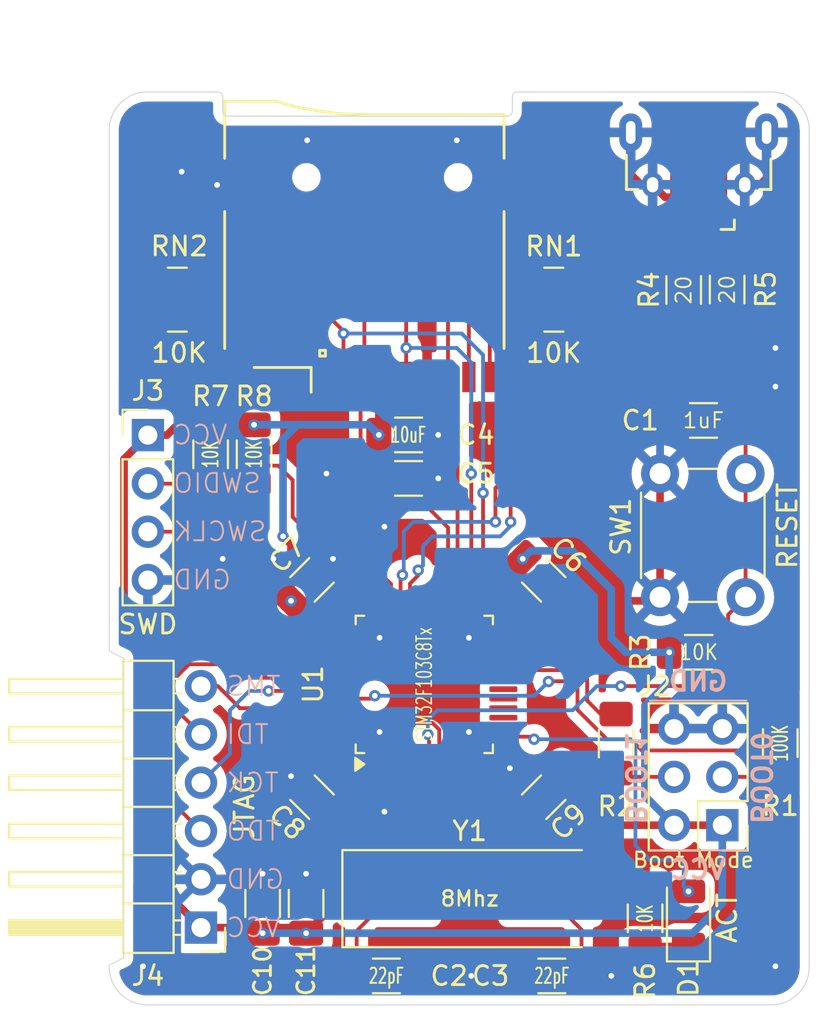
<source format=kicad_pcb>
(kicad_pcb (version 20240108) (generator "pcbnew") (generator_version "8.0")
  (layers (0 "F.Cu" signal) (31 "B.Cu" signal) (34 "B.Paste" user) (35 "F.Paste" user) (36 "B.SilkS" user "B.Silkscreen") (37 "F.SilkS" user "F.Silkscreen") (38 "B.Mask" user) (39 "F.Mask" user) (44 "Edge.Cuts" user))
  (net 0 "")
  (net 1 "/~{RESET}")
  (net 2 "GND")
  (net 3 "Net-(U1-PD0)")
  (net 4 "Net-(U1-PD1)")
  (net 5 "VCC")
  (net 6 "Net-(D1-K)")
  (net 7 "Net-(D1-A)")
  (net 8 "Net-(J1-D+)")
  (net 9 "Net-(J1-D-)")
  (net 11 "Net-(J2-Pin_4)")
  (net 12 "Net-(J2-Pin_3)")
  (net 13 "/SWDIO")
  (net 14 "/SWCLK")
  (net 15 "/JTAG_TDI")
  (net 16 "/JTAG_TDO")
  (net 17 "/JTAG_TMS")
  (net 18 "/JTAG_TCK")
  (net 19 "/BOOT0")
  (net 20 "/BOOT1")
  (net 21 "/USB_D+")
  (net 22 "/USB_D-")
  (net 23 "/SPI2_MISO")
  (net 24 "/SPI2_MOSI")
  (net 25 "/SPI2_SCK")
  (net 26 "/SPI2_SD_CS")
  (net 49 "Net-(RN1-R1.2)")
  (net 50 "Net-(RN1-R2.2)")
  (net 51 "Net-(RN2-R4.2)")
  (footprint "Capacitor_SMD:C_1206_3216Metric_Pad1.33x1.80mm_HandSolder" (layer "F.Cu") (at 205.913 86.36 180)
    (property "Reference" "C3")
    (property "Value" "22pF")
  )
  (footprint "Capacitor_SMD:C_1206_3216Metric_Pad1.33x1.80mm_HandSolder" (layer "F.Cu") (at 198.374 60.198)
    (property "Reference" "C5")
    (property "Value" "100nF")
  )
  (footprint "Resistor_SMD:R_1206_3216Metric_Pad1.30x1.75mm_HandSolder" (layer "F.Cu") (at 217.932 74.116 -90)
    (property "Reference" "R1")
    (property "Value" "100K")
  )
  (footprint "Resistor_SMD:R_Array_Convex_4x0612" (layer "F.Cu") (at 186.2055 50.8)
    (property "Reference" "RN2")
    (property "Value" "10K")
  )
  (footprint "Capacitor_SMD:C_1206_3216Metric_Pad1.33x1.80mm_HandSolder" (layer "F.Cu") (at 192.983 82.55 90)
    (property "Reference" "C11")
    (property "Value" "10uF")
  )
  (footprint "mod:Conn_USBmicro-B_ebay-side_TH" (layer "F.Cu") (at 213.64 42.0049 180)
    (property "Reference" "J1")
    (property "Value" "USB_B_Micro")
  )
  (footprint "Capacitor_SMD:C_1206_3216Metric_Pad1.33x1.80mm_HandSolder" (layer "F.Cu") (at 198.374 57.912)
    (property "Reference" "C4")
    (property "Value" "10uF")
  )
  (footprint "Capacitor_SMD:C_1206_3216Metric_Pad1.33x1.80mm_HandSolder" (layer "F.Cu") (at 193.294 65.532 45)
    (property "Reference" "C7")
    (property "Value" "100nF")
  )
  (footprint "Resistor_SMD:R_1206_3216Metric_Pad1.30x1.75mm_HandSolder" (layer "F.Cu") (at 210.82 83.332 90)
    (property "Reference" "R6")
    (property "Value" "10K")
  )
  (footprint "mod:Conn_uSDcard" (layer "F.Cu") (at 196.0495 44.366 180)
    (property "Reference" "XS1")
    (property "Value" "uSD_push_push")
  )
  (footprint "Connector_PinHeader_2.54mm:PinHeader_1x06_P2.54mm_Horizontal" (layer "F.Cu") (at 187.452 83.82 180)
    (property "Reference" "J4")
    (property "Value" "JTAG")
  )
  (footprint "Connector_PinHeader_2.54mm:PinHeader_2x03_P2.54mm_Vertical" (layer "F.Cu") (at 214.884 78.434 180)
    (property "Reference" "J2")
    (property "Value" "Boot Mode")
  )
  (footprint "Capacitor_SMD:C_1206_3216Metric_Pad1.33x1.80mm_HandSolder" (layer "F.Cu") (at 197.207 86.36)
    (property "Reference" "C2")
    (property "Value" "22pF")
  )
  (footprint "Capacitor_SMD:C_1206_3216Metric_Pad1.33x1.80mm_HandSolder" (layer "F.Cu") (at 205.486 76.962 -135)
    (property "Reference" "C9")
    (property "Value" "100nF")
  )
  (footprint "Resistor_SMD:R_1206_3216Metric_Pad1.30x1.75mm_HandSolder" (layer "F.Cu") (at 215.138 50.266 90)
    (property "Reference" "R5")
    (property "Value" "20")
  )
  (footprint "Capacitor_SMD:C_1206_3216Metric_Pad1.33x1.80mm_HandSolder" (layer "F.Cu") (at 205.486 65.532 -45)
    (property "Reference" "C6")
    (property "Value" "100nF")
  )
  (footprint "Connector_PinHeader_2.54mm:PinHeader_1x04_P2.54mm_Vertical" (layer "F.Cu") (at 184.658 57.922)
    (property "Reference" "J3")
    (property "Value" "SWD")
  )
  (footprint "Resistor_SMD:R_1206_3216Metric_Pad1.30x1.75mm_HandSolder" (layer "F.Cu") (at 187.96 58.928 -90)
    (property "Reference" "R7")
    (property "Value" "10K")
  )
  (footprint "Resistor_SMD:R_1206_3216Metric_Pad1.30x1.75mm_HandSolder" (layer "F.Cu") (at 213.64 69.342 180)
    (property "Reference" "R3")
    (property "Value" "10K")
  )
  (footprint "Crystal:Crystal_SMD_HC49-SD" (layer "F.Cu") (at 201.593 82.296)
    (property "Reference" "Y1")
    (property "Value" "8Mhz")
  )
  (footprint "Resistor_SMD:R_Array_Convex_4x0612" (layer "F.Cu") (at 206.0175 50.8 180)
    (property "Reference" "RN1")
    (property "Value" "10K")
  )
  (footprint "LED_SMD:LED_1206_3216Metric" (layer "F.Cu") (at 213.106 83.312 90)
    (property "Reference" "D1")
    (property "Value" "ACT")
  )
  (footprint "Button_Switch_THT:SW_PUSH_6mm" (layer "F.Cu") (at 211.608 66.444 90)
    (property "Reference" "SW1")
    (property "Value" "RESET")
  )
  (footprint "Capacitor_SMD:C_1206_3216Metric_Pad1.33x1.80mm_HandSolder" (layer "F.Cu") (at 193.294 76.962 135)
    (property "Reference" "C8")
    (property "Value" "100nF")
  )
  (footprint "Resistor_SMD:R_1206_3216Metric_Pad1.30x1.75mm_HandSolder" (layer "F.Cu") (at 209.296 74.142 90)
    (property "Reference" "R2")
    (property "Value" "100K")
  )
  (footprint "Capacitor_SMD:C_1206_3216Metric_Pad1.33x1.80mm_HandSolder" (layer "F.Cu") (at 190.697 82.55 90)
    (property "Reference" "C10")
    (property "Value" "100nF")
  )
  (footprint "Resistor_SMD:R_1206_3216Metric_Pad1.30x1.75mm_HandSolder" (layer "F.Cu") (at 190.246 58.928 -90)
    (property "Reference" "R8")
    (property "Value" "10K")
  )
  (footprint "Package_QFP:LQFP-48_7x7mm_P0.5mm" (layer "F.Cu") (at 199.202646 71.031146 90)
    (property "Reference" "U1")
    (property "Value" "STM32F103C8Tx")
  )
  (footprint "Capacitor_SMD:C_1206_3216Metric_Pad1.33x1.80mm_HandSolder" (layer "F.Cu") (at 213.894 57.15 180)
    (property "Reference" "C1")
    (property "Value" "1uF")
  )
  (footprint "Resistor_SMD:R_1206_3216Metric_Pad1.30x1.75mm_HandSolder" (layer "F.Cu") (at 212.852 50.292 90)
    (property "Reference" "R4")
    (property "Value" "20")
  )
  (gr_line (start 211.074 79.756) (end 216.154 79.756) (stroke (width 0.1)) (layer "B.SilkS"))
  (gr_line (start 211.074 71.882) (end 216.154 71.882) (stroke (width 0.1)) (layer "B.SilkS"))
  (gr_line (start 183.388 69.6595) (end 183.388 85.4075) (stroke (width 0.05)) (layer "Edge.Cuts"))
  (gr_arc (start 219.456 85.884) (mid 218.870214 87.298214) (end 217.456 87.884) (stroke (width 0.05)) (layer "Edge.Cuts"))
  (gr_line (start 182.626 69.2785) (end 183.388 69.6595) (stroke (width 0.05)) (layer "Edge.Cuts"))
  (gr_line (start 217.456 87.884) (end 184.626 87.884) (stroke (width 0.05)) (layer "Edge.Cuts"))
  (gr_line (start 188.341 39.878) (end 184.626 39.878) (stroke (width 0.05)) (layer "Edge.Cuts"))
  (gr_arc (start 188.849 41.148) (mid 188.669395 41.073605) (end 188.595 40.894) (stroke (width 0.05)) (layer "Edge.Cuts"))
  (gr_arc (start 184.626 87.884) (mid 183.211786 87.298214) (end 182.626 85.884) (stroke (width 0.05)) (layer "Edge.Cuts"))
  (gr_arc (start 217.456 39.878) (mid 218.870214 40.463786) (end 219.456 41.878) (stroke (width 0.05)) (layer "Edge.Cuts"))
  (gr_line (start 182.626 85.7885) (end 182.626 85.884) (stroke (width 0.05)) (layer "Edge.Cuts"))
  (gr_line (start 183.388 85.4075) (end 182.626 85.7885) (stroke (width 0.05)) (layer "Edge.Cuts"))
  (gr_line (start 188.595 40.894) (end 188.595 40.132) (stroke (width 0.05)) (layer "Edge.Cuts"))
  (gr_line (start 203.835 40.132) (end 203.835 40.894) (stroke (width 0.05)) (layer "Edge.Cuts"))
  (gr_line (start 182.626 69.2785) (end 182.626 41.878) (stroke (width 0.05)) (layer "Edge.Cuts"))
  (gr_line (start 203.581 41.148) (end 188.849 41.148) (stroke (width 0.05)) (layer "Edge.Cuts"))
  (gr_arc (start 182.626 41.878) (mid 183.211786 40.463786) (end 184.626 39.878) (stroke (width 0.05)) (layer "Edge.Cuts"))
  (gr_arc (start 188.341 39.878) (mid 188.520605 39.952395) (end 188.595 40.132) (stroke (width 0.05)) (layer "Edge.Cuts"))
  (gr_line (start 204.089 39.878) (end 217.456 39.878) (stroke (width 0.05)) (layer "Edge.Cuts"))
  (gr_arc (start 203.835 40.894) (mid 203.760605 41.073605) (end 203.581 41.148) (stroke (width 0.05)) (layer "Edge.Cuts"))
  (gr_arc (start 203.835 40.132) (mid 203.909395 39.952395) (end 204.089 39.878) (stroke (width 0.05)) (layer "Edge.Cuts"))
  (gr_line (start 219.456 41.878) (end 219.456 85.884) (stroke (width 0.05)) (layer "Edge.Cuts"))
  (gr_text "Rev.0" (at 185.801 41.529 0) (layer "F.Cu") (effects (font (size 1 1) (thickness 0.1))))
  (gr_text "RSC Lite FW Upgrader" (at 183.769 48.641 90) (layer "F.Cu") (effects (font (size 0.7 0.7) (thickness 0.14) (bold yes))))
  (gr_text "GND" (at 185.928 65.532 0) (layer "B.SilkS") (effects (font (size 1 1) (thickness 0.1)) (justify right mirror)))
  (gr_text "TDO" (at 188.722 78.74 0) (layer "B.SilkS") (effects (font (size 1 1) (thickness 0.1)) (justify right mirror)))
  (gr_text "SWDIO" (at 185.928 60.452 0) (layer "B.SilkS") (effects (font (size 1 1) (thickness 0.1)) (justify right mirror)))
  (gr_text "VCC" (at 185.928 57.912 0) (layer "B.SilkS") (effects (font (size 1 1) (thickness 0.1)) (justify right mirror)))
  (gr_text "BOOT0" (at 216.916 75.946 270) (layer "B.SilkS") (effects (font (size 1 1) (thickness 0.2)) (justify mirror)))
  (gr_text "GND" (at 213.614 70.866 0) (layer "B.SilkS") (effects (font (size 1 1) (thickness 0.2)) (justify mirror)))
  (gr_text "TMS" (at 188.722 71.12 0) (layer "B.SilkS") (effects (font (size 1 1) (thickness 0.1)) (justify right mirror)))
  (gr_text "SWCLK" (at 185.928 62.992 0) (layer "B.SilkS") (effects (font (size 1 1) (thickness 0.1)) (justify right mirror)))
  (gr_text "VCC" (at 213.614 80.772 0) (layer "B.SilkS") (effects (font (size 1 1) (thickness 0.2)) (justify mirror)))
  (gr_text "TDI" (at 188.722 73.66 0) (layer "B.SilkS") (effects (font (size 1 1) (thickness 0.1)) (justify right mirror)))
  (gr_text "BOOT1" (at 210.312 75.946 270) (layer "B.SilkS") (effects (font (size 1 1) (thickness 0.2)) (justify mirror)))
  (gr_text "TCK" (at 188.722 76.2 0) (layer "B.SilkS") (effects (font (size 1 1) (thickness 0.1)) (justify right mirror)))
  (gr_text "VCC" (at 188.722 83.82 0) (layer "B.SilkS") (effects (font (size 1 1) (thickness 0.1)) (justify right mirror)))
  (gr_text "GND" (at 188.722 81.28 0) (layer "B.SilkS") (effects (font (size 1 1) (thickness 0.1)) (justify right mirror)))
  (segment (start 214.63 71.12) (end 215.19 70.56) (width 0.2) (layer "F.Cu") (net 1))
  (segment (start 214.63 71.12) (end 209.55 71.12) (width 0.2) (layer "F.Cu") (net 1))
  (segment (start 215.19 70.56) (end 215.19 69.342) (width 0.2) (layer "F.Cu") (net 1))
  (segment (start 216.108 57.8015) (end 215.4565 57.15) (width 0.2) (layer "F.Cu") (net 1))
  (segment (start 215.19 67.362) (end 216.108 66.444) (width 0.2) (layer "F.Cu") (net 1))
  (segment (start 216.108 59.944) (end 216.108 57.8015) (width 0.2) (layer "F.Cu") (net 1))
  (segment (start 199.452646 73.722646) (end 199.452646 75.193646) (width 0.2) (layer "F.Cu") (net 1))
  (segment (start 216.108 59.944) (end 216.108 66.444) (width 0.2) (layer "F.Cu") (net 1))
  (segment (start 199.39 73.66) (end 199.452646 73.722646) (width 0.2) (layer "F.Cu") (net 1))
  (segment (start 215.19 69.342) (end 215.19 67.362) (width 0.2) (layer "F.Cu") (net 1))
  (via (at 209.55 71.12) (size 0.6) (drill 0.3) (layers "F.Cu" "B.Cu") (net 1))
  (via (at 199.39 73.66) (size 0.6) (drill 0.3) (layers "F.Cu" "B.Cu") (net 1))
  (segment (start 199.898 72.39) (end 199.39 72.898) (width 0.2) (layer "B.Cu") (net 1))
  (segment (start 208.28 71.12) (end 207.01 72.39) (width 0.2) (layer "B.Cu") (net 1))
  (segment (start 207.01 72.39) (end 199.898 72.39) (width 0.2) (layer "B.Cu") (net 1))
  (segment (start 199.39 72.898) (end 199.39 73.66) (width 0.2) (layer "B.Cu") (net 1))
  (segment (start 209.55 71.12) (end 208.28 71.12) (width 0.2) (layer "B.Cu") (net 1))
  (segment (start 196.38591 65.532) (end 195.503708 65.532) (width 0.2) (layer "F.Cu") (net 2))
  (segment (start 185.674 53.34) (end 185.5055 53.1715) (width 0.4) (layer "F.Cu") (net 2))
  (segment (start 217.215 42.0049) (end 210.065 42.0049) (width 0.4) (layer "F.Cu") (net 2))
  (segment (start 186.192 54.366) (end 185.674 53.848) (width 0.4) (layer "F.Cu") (net 2))
  (segment (start 199.99 73.411471) (end 199.638529 73.06) (width 0.2) (layer "F.Cu") (net 2))
  (segment (start 210.82 81.782) (end 209.556 81.782) (width 0.4) (layer "F.Cu") (net 2))
  (segment (start 204.724 68.326) (end 204.901708 68.326) (width 0.2) (layer "F.Cu") (net 2))
  (segment (start 195.961 73.281146) (end 195.040146 73.281146) (width 0.2) (layer "F.Cu") (net 2))
  (segment (start 211.8686 45.4085) (end 211.215 44.7549) (width 0.4) (layer "F.Cu") (net 2))
  (segment (start 211.608 59.944) (end 211.608 57.8735) (width 0.4) (layer "F.Cu") (net 2))
  (segment (start 203.365146 68.781146) (end 204.268854 68.781146) (width 0.2) (layer "F.Cu") (net 2))
  (segment (start 203.7995 54.366) (end 205.984 54.366) (width 0.4) (layer "F.Cu") (net 2))
  (segment (start 189.1995 54.366) (end 186.192 54.366) (width 0.4) (layer "F.Cu") (net 2))
  (segment (start 211.239146 66.636854) (end 206.590854 66.636854) (width 0.4) (layer "F.Cu") (net 2))
  (segment (start 195.040146 73.281146) (end 194.270236 73.281146) (width 0.2) (layer "F.Cu") (net 2))
  (segment (start 188.2995 44.766) (end 188.8495 45.316) (width 0.4) (layer "F.Cu") (net 2))
  (segment (start 185.5055 45.6345) (end 186.374 44.766) (width 0.4) (layer "F.Cu") (net 2))
  (segment (start 185.674 53.848) (end 185.674 53.34) (width 0.4) (layer "F.Cu") (net 2))
  (segment (start 203.7995 44.766) (end 206.0175 44.766) (width 0.4) (layer "F.Cu") (net 2))
  (segment (start 206.7175 53.6325) (end 206.7175 52.07) (width 0.4) (layer "F.Cu") (net 2))
  (segment (start 210.82 81.782) (end 210.82 80.518) (width 0.4) (layer "F.Cu") (net 2))
  (segment (start 196.952646 66.098736) (end 196.38591 65.532) (width 0.2) (layer "F.Cu") (net 2))
  (segment (start 196.182146 73.06) (end 195.961 73.281146) (width 0.2) (layer "F.Cu") (net 2))
  (segment (start 199.9365 56.9345) (end 199.3495 56.3475) (width 0.4) (layer "F.Cu") (net 2))
  (segment (start 186.374 44.131) (end 186.436 44.069) (width 0.4) (layer "F.Cu") (net 2))
  (segment (start 210.065 42.0049) (end 208.4391 42.0049) (width 0.4) (layer "F.Cu") (net 2))
  (segment (start 200.914 42.418) (end 193.04 42.418) (width 0.4) (layer "F.Cu") (net 2))
  (segment (start 209.804 79.502) (end 205.816292 79.502) (width 0.4) (layer "F.Cu") (net 2))
  (segment (start 210.6169 44.7549) (end 210.058 44.196) (width 0.4) (layer "F.Cu") (net 2))
  (segment (start 195.503708 65.532) (end 194.398854 64.427146) (width 0.2) (layer "F.Cu") (net 2))
  (segment (start 217.215 42.0049) (end 217.215 44.405) (width 0.4) (layer "F.Cu") (net 2))
  (segment (start 188.976 42.418) (end 193.04 42.418) (width 0.4) (layer "F.Cu") (net 2))
  (segment (start 188.8495 45.316) (end 199.39 45.316) (width 0.4) (layer "F.Cu") (net 2))
  (segment (start 216.8651 44.7549) (end 216.065 44.7549) (width 0.4) (layer "F.Cu") (net 2))
  (segment (start 205.984 54.366) (end 206.7175 53.6325) (width 0.4) (layer "F.Cu") (net 2))
  (segment (start 199.39 45.316) (end 203.2495 45.316) (width 0.4) (layer "F.Cu") (net 2))
  (segment (start 211.608 66.444) (end 211.608 59.944) (width 0.4) (layer "F.Cu") (net 2))
  (segment (start 192.6905 81.28) (end 192.983 80.9875) (width 0.4) (layer "F.Cu") (net 2))
  (segment (start 210.058 44.196) (end 210.065 44.189) (width 0.4) (layer "F.Cu") (net 2))
  (segment (start 199.9365 57.912) (end 199.9365 60.198) (width 0.4) (layer "F.Cu") (net 2))
  (segment (start 190.697 77.349292) (end 192.189146 75.857146) (width 0.4) (layer "F.Cu") (net 2))
  (segment (start 185.5055 53.1715) (end 185.5055 52.07) (width 0.4) (layer "F.Cu") (net 2))
  (segment (start 206.0175 44.766) (end 206.7175 45.466) (width 0.4) (layer "F.Cu") (net 2))
  (segment (start 196.952646 66.868646) (end 196.952646 66.098736) (width 0.2) (layer "F.Cu") (net 2))
  (segment (start 206.7175 49.53) (end 206.7175 52.07) (width 0.4) (layer "F.Cu") (net 2))
  (segment (start 206.756 43.688) (end 206.756 44.196) (width 0.4) (layer "F.Cu") (net 2))
  (segment (start 186.374 44.766) (end 188.2995 44.766) (width 0.4) (layer "F.Cu") (net 2))
  (segment (start 188.2995 43.0945) (end 188.976 42.418) (width 0.4) (layer "F.Cu") (net 2))
  (segment (start 190.697 80.9875) (end 190.697 77.349292) (width 0.4) (layer "F.Cu") (net 2))
  (segment (start 204.268854 68.781146) (end 204.724 68.326) (width 0.2) (layer "F.Cu") (net 2))
  (segment (start 193.548 74.168) (end 193.294 74.422) (width 0.2) (layer "F.Cu") (net 2))
  (segment (start 201.676 86.36) (end 204.3505 86.36) (width 0.4) (layer "F.Cu") (net 2))
  (segment (start 198.7695 86.36) (end 201.676 86.36) (width 0.4) (layer "F.Cu") (net 2))
  (segment (start 185.5055 49.53) (end 185.5055 46.482) (width 0.4) (layer "F.Cu") (net 2))
  (segment (start 199.952646 77.524646) (end 199.952646 75.193646) (width 0.2) (layer "F.Cu") (net 2))
  (segment (start 200.494854 78.066854) (end 199.952646 77.524646) (width 0.2) (layer "F.Cu") (net 2))
  (segment (start 199.638529 73.06) (end 196.182146 73.06) (width 0.2) (layer "F.Cu") (net 2))
  (segment (start 193.294 74.752292) (end 192.189146 75.857146) (width 0.2) (layer "F.Cu") (net 2))
  (segment (start 187.452 81.28) (end 192.6905 81.28) (width 0.4) (layer "F.Cu") (net 2))
  (segment (start 209.556 81.782) (end 209.042 82.296) (width 0.4) (layer "F.Cu") (net 2))
  (segment (start 208.4391 42.0049) (end 206.756 43.688) (width 0.4) (layer "F.Cu") (net 2))
  (segment (start 199.3495 54.866) (end 199.3495 45.3565) (width 0.4) (layer "F.Cu") (net 2))
  (segment (start 201.549 73.533) (end 201.549 68.58) (width 0.4) (layer "F.Cu") (net 2))
  (segment (start 211.215 44.7549) (end 210.6169 44.7549) (width 0.4) (layer "F.Cu") (net 2))
  (segment (start 186.374 44.766) (end 186.374 44.131) (width 0.4) (layer "F.Cu") (net 2))
  (segment (start 206.7175 44.2345) (end 206.7175 46.228) (width 0.4) (layer "F.Cu") (net 2))
  (segment (start 193.548 74.003382) (end 193.548 74.168) (width 0.2) (layer "F.Cu") (net 2))
  (segment (start 199.9365 57.912) (end 199.9365 56.9345) (width 0.4) (layer "F.Cu") (net 2))
  (segment (start 206.756 44.196) (end 206.7175 44.2345) (width 0.4) (layer "F.Cu") (net 2))
  (segment (start 206.7175 45.466) (end 206.7175 46.228) (width 0.4) (layer "F.Cu") (net 2))
  (segment (start 206.7175 46.228) (end 206.7175 49.53) (width 0.4) (layer "F.Cu") (net 2))
  (segment (start 188.2995 44.766) (end 188.341 44.8075) (width 0.4) (layer "F.Cu") (net 2))
  (segment (start 217.215 44.405) (end 216.8651 44.7549) (width 0.4) (layer "F.Cu") (net 2))
  (segment (start 188.2995 44.766) (end 188.2995 43.0945) (width 0.4) (layer "F.Cu") (net 2))
  (segment (start 209.042 82.296) (end 209.042 86.36) (width 0.4) (layer "F.Cu") (net 2))
  (segment (start 212.99 45.4085) (end 211.8686 45.4085) (width 0.4) (layer "F.Cu") (net 2))
  (segment (start 199.3495 45.3565) (end 199.39 45.316) (width 0.4) (layer "F.Cu") (net 2))
  (segment (start 205.816292 79.502) (end 204.381146 78.066854) (width 0.4) (layer "F.Cu") (net 2))
  (segment (start 210.065 44.189) (end 210.065 42.0049) (width 0.4) (layer "F.Cu") (net 2))
  (segment (start 211.432 66.444) (end 211.239146 66.636854) (width 0.4) (layer "F.Cu") (net 2))
  (segment (start 199.99 75.156292) (end 199.99 73.411471) (width 0.2) (layer "F.Cu") (net 2))
  (segment (start 194.270236 73.281146) (end 193.548 74.003382) (width 0.2) (layer "F.Cu") (net 2))
  (segment (start 203.2495 45.316) (end 203.7995 44.766) (width 0.4) (layer "F.Cu") (net 2))
  (segment (start 211.608 66.444) (end 211.432 66.444) (width 0.4) (layer "F.Cu") (net 2))
  (segment (start 185.5055 49.53) (end 185.5055 52.07) (width 0.4) (layer "F.Cu") (net 2))
  (segment (start 185.5055 46.482) (end 185.5055 45.6345) (width 0.4) (layer "F.Cu") (net 2))
  (segment (start 199.952646 75.193646) (end 199.99 75.156292) (width 0.2) (layer "F.Cu") (net 2))
  (segment (start 204.901708 68.326) (end 206.590854 66.636854) (width 0.2) (layer "F.Cu") (net 2))
  (segment (start 193.294 74.422) (end 193.294 74.752292) (width 0.2) (layer "F.Cu") (net 2))
  (segment (start 210.82 80.518) (end 209.804 79.502) (width 0.4) (layer "F.Cu") (net 2))
  (segment (start 204.381146 78.066854) (end 200.494854 78.066854) (width 0.2) (layer "F.Cu") (net 2))
  (segment (start 211.608 57.8735) (end 212.3315 57.15) (width 0.4) (layer "F.Cu") (net 2))
  (segment (start 199.3495 56.3475) (end 199.3495 54.866) (width 0.4) (layer "F.Cu") (net 2))
  (segment (start 212.344 73.354) (end 214.884 73.354) (width 0.4) (layer "F.Cu") (net 2))
  (via (at 194.056 59.944) (size 0.6) (drill 0.3) (layers "F.Cu" "B.Cu") (net 2))
  (via (at 197.104 77.724) (size 0.6) (drill 0.3) (layers "F.Cu" "B.Cu") (net 2))
  (via (at 191.262 64.427146) (size 0.6) (drill 0.3) (layers "F.Cu" "B.Cu") (net 2))
  (via (at 192.983 80.9875) (size 0.6) (drill 0.3) (layers "F.Cu" "B.Cu") (net 2))
  (via (at 201.549 68.58) (size 0.6) (drill 0.3) (layers "F.Cu" "B.Cu") (net 2))
  (via (at 193.04 42.418) (size 0.6) (drill 0.3) (layers "F.Cu" "B.Cu") (net 2))
  (via (at 194.398854 64.427146) (size 0.6) (drill 0.3) (layers "F.Cu" "B.Cu") (net 2))
  (via (at 192.189146 75.857146) (size 0.6) (drill 0.3) (layers "F.Cu" "B.Cu") (net 2))
  (via (at 188.595 64.427146) (size 0.6) (drill 0.3) (layers "F.Cu" "B.Cu") (net 2))
  (via (at 217.678 55.372) (size 0.6) (drill 0.3) (layers "F.Cu" "B.Cu") (net 2))
  (via (at 190.697 80.9875) (size 0.6) (drill 0.3) (layers "F.Cu" "B.Cu") (net 2))
  (via (at 188.2995 44.766) (size 0.6) (drill 0.3) (layers "F.Cu" "B.Cu") (net 2))
  (via (at 197.104 62.738) (size 0.6) (drill 0.3) (layers "F.Cu" "B.Cu") (net 2))
  (via (at 209.042 86.36) (size 0.6) (drill 0.3) (layers "F.Cu" "B.Cu") (net 2))
  (via (at 201.549 73.533) (size 0.6) (drill 0.3) (layers "F.Cu" "B.Cu") (net 2))
  (via (at 199.9365 57.912) (size 0.6) (drill 0.3) (layers "F.Cu" "B.Cu") (net 2))
  (via (at 217.678 53.34) (size 0.6) (drill 0.3) (layers "F.Cu" "B.Cu") (net 2))
  (via (at 186.436 44.069) (size 0.6) (drill 0.3) (layers "F.Cu" "B.Cu") (net 2))
  (via (at 200.914 42.418) (size 0.6) (drill 0.3) (layers "F.Cu" "B.Cu") (net 2))
  (via (at 196.85 73.533) (size 0.6) (drill 0.3) (layers "F.Cu" "B.Cu") (net 2))
  (via (at 199.9365 60.198) (size 0.6) (drill 0.3) (layers "F.Cu" "B.Cu") (net 2))
  (via (at 201.676 86.36) (size 0.6) (drill 0.3) (layers "F.Cu" "B.Cu") (net 2))
  (via (at 184.404 85.852) (size 0.6) (drill 0.3) (layers "F.Cu" "B.Cu") (net 2))
  (via (at 203.708 75.438) (size 0.6) (drill 0.3) (layers "F.Cu" "B.Cu") (net 2))
  (via (at 217.678 85.852) (size 0.6) (drill 0.3) (layers "F.Cu" "B.Cu") (net 2))
  (via (at 196.85 68.58) (size 0.6) (drill 0.3) (layers "F.Cu" "B.Cu") (net 2))
  (segment (start 199.39 61.722) (end 198.12 61.722) (width 0.4) (layer "B.Cu") (net 2))
  (segment (start 184.658 65.542) (end 186.68 65.542) (width 0.4) (layer "B.Cu") (net 2))
  (segment (start 194.056 59.944) (end 194.398854 60.286854) (width 0.4) (layer "B.Cu") (net 2))
  (segment (start 197.104 62.738) (end 197.612 62.738) (width 0.4) (layer "B.Cu") (net 2))
  (segment (start 186.202 82.53) (end 186.202 85.618) (width 0.4) (layer "B.Cu") (net 2))
  (segment (start 199.9365 60.198) (end 199.9365 61.1755) (width 0.4) (layer "B.Cu") (net 2))
  (segment (start 209.042 86.36) (end 216.662 86.36) (width 0.4) (layer "B.Cu") (net 2))
  (segment (start 196.85 68.58) (end 191.389 68.58) (width 0.4) (layer "B.Cu") (net 2))
  (segment (start 197.104 77.724) (end 196.85 77.47) (width 0.4) (layer "B.Cu") (net 2))
  (segment (start 217.932 74.168) (end 217.118 73.354) (width 0.4) (layer "B.Cu") (net 2))
  (segment (start 191.262 68.453) (end 191.262 70.63805) (width 0.4) (layer "B.Cu") (net 2))
  (segment (start 211.215 52.578) (end 211.215 44.7549) (width 0.4) (layer "B.Cu") (net 2))
  (segment (start 217.805 85.217) (end 217.805 85.725) (width 0.4) (layer "B.Cu") (net 2))
  (segment (start 211.608 52.971) (end 211.215 52.578) (width 0.4) (layer "B.Cu") (net 2))
  (segment (start 200.722 74.36) (end 197.677 74.36) (width 0.4) (layer "B.Cu") (net 2))
  (segment (start 192.189146 71.565196) (end 192.189146 75.857146) (width 0.4) (layer "B.Cu") (net 2))
  (segment (start 201.549 73.533) (end 200.722 74.36) (width 0.4) (layer "B.Cu") (net 2))
  (segment (start 197.677 74.36) (end 196.85 73.533) (width 0.4) (layer "B.Cu") (net 2))
  (segment (start 191.389 68.58) (end 191.262 68.453) (width 0.4) (layer "B.Cu") (net 2))
  (segment (start 196.938854 64.427146) (end 194.398854 64.427146) (width 0.4) (layer "B.Cu") (net 2))
  (segment (start 201.549 73.533) (end 201.549 77.597) (width 0.4) (layer "B.Cu") (net 2))
  (segment (start 185.968 85.852) (end 186.202 85.618) (width 0.4) (layer "B.Cu") (net 2))
  (segment (start 201.676 86.36) (end 209.042 86.36) (width 0.4) (layer "B.Cu") (net 2))
  (segment (start 186.202 85.618) (end 186.944 86.36) (width 0.4) (layer "B.Cu") (net 2))
  (segment (start 184.658 78.486) (end 184.658 65.542) (width 0.4) (layer "B.Cu") (net 2))
  (segment (start 216.662 86.36) (end 217.932 85.09) (width 0.4) (layer "B.Cu") (net 2))
  (segment (start 201.422 77.724) (end 197.104 77.724) (width 0.4) (layer "B.Cu") (net 2))
  (segment (start 187.452 81.28) (end 184.658 78.486) (width 0.4) (layer "B.Cu") (net 2))
  (segment (start 198.12 61.722) (end 197.612 62.23) (width 0.4) (layer "B.Cu") (net 2))
  (segment (start 188.595 64.427146) (end 191.262 64.427146) (width 0.4) (layer "B.Cu") (net 2))
  (segment (start 199.9365 61.1755) (end 199.39 61.722) (width 0.4) (layer "B.Cu") (net 2))
  (segment (start 201.549 68.58) (end 196.85 68.58) (width 0.4) (layer "B.Cu") (net 2))
  (segment (start 187.794854 64.427146) (end 188.595 64.427146) (width 0.4) (layer "B.Cu") (net 2))
  (segment (start 217.215 46.273) (end 217.215 42.0049) (width 0.4) (layer "B.Cu") (net 2))
  (segment (start 217.805 85.725) (end 217.678 85.852) (width 0.4) (layer "B.Cu") (net 2))
  (segment (start 217.678 46.736) (end 217.215 46.273) (width 0.4) (layer "B.Cu") (net 2))
  (segment (start 197.612 62.23) (end 197.612 62.738) (width 0.4) (layer "B.Cu") (net 2))
  (segment (start 193.802 77.47) (end 192.189146 75.857146) (width 0.4) (layer "B.Cu") (net 2))
  (segment (start 191.262 64.427146) (end 194.398854 64.427146) (width 0.4) (layer "B.Cu") (net 2))
  (segment (start 184.404 85.852) (end 185.968 85.852) (width 0.4) (layer "B.Cu") (net 2))
  (segment (start 186.944 86.36) (end 201.676 86.36) (width 0.4) (layer "B.Cu") (net 2))
  (segment (start 196.85 77.47) (end 193.802 77.47) (width 0.4) (layer "B.Cu") (net 2))
  (segment (start 187.452 81.28) (end 186.202 82.53) (width 0.4) (layer "B.Cu") (net 2))
  (segment (start 194.398854 60.286854) (end 194.398854 64.427146) (width 0.4) (layer "B.Cu") (net 2))
  (segment (start 217.118 73.354) (end 214.884 73.354) (width 0.4) (layer "B.Cu") (net 2))
  (segment (start 217.678 55.372) (end 217.678 46.736) (width 0.4) (layer "B.Cu") (net 2))
  (segment (start 197.612 62.738) (end 197.612 63.754) (width 0.4) (layer "B.Cu") (net 2))
  (segment (start 197.612 63.754) (end 196.938854 64.427146) (width 0.4) (layer "B.Cu") (net 2))
  (segment (start 217.932 85.09) (end 217.805 85.217) (width 0.4) (layer "B.Cu") (net 2))
  (segment (start 217.932 85.09) (end 217.932 74.168) (width 0.4) (layer "B.Cu") (net 2))
  (segment (start 191.262 70.63805) (end 192.189146 71.565196) (width 0.4) (layer "B.Cu") (net 2))
  (segment (start 203.708 75.438) (end 201.422 77.724) (width 0.4) (layer "B.Cu") (net 2))
  (segment (start 191.262 64.427146) (end 191.262 68.453) (width 0.4) (layer "B.Cu") (net 2))
  (segment (start 186.68 65.542) (end 187.794854 64.427146) (width 0.4) (layer "B.Cu") (net 2))
  (segment (start 201.549 77.597) (end 201.422 77.724) (width 0.4) (layer "B.Cu") (net 2))
  (segment (start 211.608 59.944) (end 211.608 52.971) (width 0.4) (layer "B.Cu") (net 2))
  (segment (start 198.452646 79.169354) (end 198.12 79.502) (width 0.2) (layer "F.Cu") (net 3))
  (segment (start 198.452646 75.193646) (end 198.452646 79.169354) (width 0.2) (layer "F.Cu") (net 3))
  (segment (start 197.343 79.756) (end 197.343 82.296) (width 0.2) (layer "F.Cu") (net 3))
  (segment (start 198.12 79.502) (end 197.597 79.502) (width 0.2) (layer "F.Cu") (net 3))
  (segment (start 195.6445 86.36) (end 195.6445 83.9945) (width 0.2) (layer "F.Cu") (net 3))
  (segment (start 197.597 79.502) (end 197.343 79.756) (width 0.2) (layer "F.Cu") (net 3))
  (segment (start 195.6445 83.9945) (end 197.343 82.296) (width 0.2) (layer "F.Cu") (net 3))
  (segment (start 202.692 82.296) (end 205.843 82.296) (width 0.2) (layer "F.Cu") (net 4))
  (segment (start 198.952646 79.064646) (end 199.39 79.502) (width 0.2) (layer "F.Cu") (net 4))
  (segment (start 201.93 81.534) (end 202.692 82.296) (width 0.2) (layer "F.Cu") (net 4))
  (segment (start 198.952646 75.193646) (end 198.952646 79.064646) (width 0.2) (layer "F.Cu") (net 4))
  (segment (start 201.93 79.756) (end 201.93 81.534) (width 0.2) (layer "F.Cu") (net 4))
  (segment (start 199.39 79.502) (end 201.676 79.502) (width 0.2) (layer "F.Cu") (net 4))
  (segment (start 207.4755 86.36) (end 207.4755 83.9285) (width 0.2) (layer "F.Cu") (net 4))
  (segment (start 201.676 79.502) (end 201.93 79.756) (width 0.2) (layer "F.Cu") (net 4))
  (segment (start 207.4755 83.9285) (end 205.843 82.296) (width 0.2) (layer "F.Cu") (net 4))
  (segment (start 208.026 77.216) (end 207.949708 77.216) (width 0.4) (layer "F.Cu") (net 5))
  (segment (start 184.658 57.922) (end 185.664 57.922) (width 0.4) (layer "F.Cu") (net 5))
  (segment (start 204.381146 65.366854) (end 203.454 66.294) (width 0.4) (layer "F.Cu") (net 5))
  (segment (start 200.452646 76.754646) (end 200.452646 75.193646) (width 0.2) (layer "F.Cu") (net 5))
  (segment (start 207.949708 77.216) (end 206.590854 75.857146) (width 0.4) (layer "F.Cu") (net 5))
  (segment (start 196.402646 75.184) (end 196.402646 75.193646) (width 0.4) (layer "F.Cu") (net 5))
  (segment (start 190.4045 83.82) (end 190.697 84.1125) (width 0.4) (layer "F.Cu") (net 5))
  (segment (start 196.170854 66.636854) (end 196.402646 66.868646) (width 0.4) (layer "F.Cu") (net 5))
  (segment (start 185.664 57.922) (end 186.208 57.378) (width 0.4) (layer "F.Cu") (net 5))
  (segment (start 192.189146 63.665146) (end 191.77 63.246) (width 0.4) (layer "F.Cu") (net 5))
  (segment (start 203.454 66.294) (end 203.454 66.802) (width 0.4) (layer "F.Cu") (net 5))
  (segment (start 196.8115 57.912) (end 196.8115 60.198) (width 0.4) (layer "F.Cu") (net 5))
  (segment (start 194.398854 75.184) (end 194.398854 74.472438) (width 0.4) (layer "F.Cu") (net 5))
  (segment (start 192.278 66.636854) (end 196.170854 66.636854) (width 0.4) (layer "F.Cu") (net 5))
  (segment (start 196.8115 56.6805) (end 197.1495 56.3425) (width 0.4) (layer "F.Cu") (net 5))
  (segment (start 203.454 66.802) (end 203.365146 66.890854) (width 0.4) (layer "F.Cu") (net 5))
  (segment (start 202.946 77.216) (end 200.914 77.216) (width 0.2) (layer "F.Cu") (net 5))
  (segment (start 196.8115 57.912) (end 196.8115 56.6805) (width 0.4) (layer "F.Cu") (net 5))
  (segment (start 194.398854 74.472438) (end 195.040146 73.831146) (width 0.4) (layer "F.Cu") (net 5))
  (segment (start 187.452 83.82) (end 190.4045 83.82) (width 0.4) (layer "F.Cu") (net 5))
  (segment (start 187.452 83.82) (end 184.658 81.026) (width 0.4) (layer "F.Cu") (net 5))
  (segment (start 183.408 66.675) (end 183.408 59.172) (width 0.4) (layer "F.Cu") (net 5))
  (segment (start 183.408 59.172) (end 184.658 57.922) (width 0.4) (layer "F.Cu") (net 5))
  (segment (start 192.189146 66.636854) (end 192.189146 63.665146) (width 0.4) (layer "F.Cu") (net 5))
  (segment (start 209.244 78.434) (end 208.026 77.216) (width 0.4) (layer "F.Cu") (net 5))
  (segment (start 194.398854 75.184) (end 196.402646 75.184) (width 0.4) (layer "F.Cu") (net 5))
  (segment (start 190.9895 83.82) (end 192.6905 83.82) (width 0.4) (layer "F.Cu") (net 5))
  (segment (start 205.74 76.708) (end 203.454 76.708) (width 0.2) (layer "F.Cu") (net 5))
  (segment (start 203.454 76.708) (end 202.946 77.216) (width 0.2) (layer "F.Cu") (net 5))
  (segment (start 212.344 78.434) (end 214.884 78.434) (width 0.4) (layer "F.Cu") (net 5))
  (segment (start 194.398854 78.066854) (end 194.398854 82.696646) (width 0.4) (layer "F.Cu") (net 5))
  (segment (start 184.658 81.026) (end 184.658 67.925) (width 0.4) (layer "F.Cu") (net 5))
  (segment (start 204.381146 64.427146) (end 204.381146 65.366854) (width 0.4) (layer "F.Cu") (net 5))
  (segment (start 190.697 84.1125) (end 190.9895 83.82) (width 0.4) (layer "F.Cu") (net 5))
  (segment (start 192.189146 66.636854) (end 192.278 66.636854) (width 0.4) (layer "F.Cu") (net 5))
  (segment (start 186.208 57.378) (end 190.246 57.378) (width 0.4) (layer "F.Cu") (net 5))
  (segment (start 194.398854 82.696646) (end 192.983 84.1125) (width 0.4) (layer "F.Cu") (net 5))
  (segment (start 194.398854 78.066854) (end 194.398854 75.184) (width 0.4) (layer "F.Cu") (net 5))
  (segment (start 212.344 78.434) (end 209.244 78.434) (width 0.4) (layer "F.Cu") (net 5))
  (segment (start 206.590854 75.857146) (end 205.74 76.708) (width 0.2) (layer "F.Cu") (net 5))
  (segment (start 192.6905 83.82) (end 192.983 84.1125) (width 0.4) (layer "F.Cu") (net 5))
  (segment (start 184.658 67.925) (end 183.408 66.675) (width 0.4) (layer "F.Cu") (net 5))
  (segment (start 200.914 77.216) (end 200.452646 76.754646) (width 0.2) (layer "F.Cu") (net 5))
  (segment (start 203.365146 66.890854) (end 203.365146 68.231146) (width 0.4) (layer "F.Cu") (net 5))
  (segment (start 197.1495 56.3425) (end 197.1495 54.866) (width 0.4) (layer "F.Cu") (net 5))
  (via (at 212.09 69.342) (size 0.6) (drill 0.3) (layers "F.Cu" "B.Cu") (net 5))
  (via (at 190.697 84.1125) (size 0.6) (drill 0.3) (layers "F.Cu" "B.Cu") (net 5))
  (via (at 190.246 57.378) (size 0.6) (drill 0.3) (layers "F.Cu" "B.Cu") (net 5))
  (via (at 191.77 63.246) (size 0.6) (drill 0.3) (layers "F.Cu" "B.Cu") (net 5))
  (via (at 204.381146 64.427146) (size 0.6) (drill 0.3) (layers "F.Cu" "B.Cu") (net 5))
  (via (at 192.983 84.1125) (size 0.6) (drill 0.3) (layers "F.Cu" "B.Cu") (net 5))
  (via (at 192.189146 66.636854) (size 0.6) (drill 0.3) (layers "F.Cu" "B.Cu") (net 5))
  (via (at 196.8115 57.912) (size 0.6) (drill 0.3) (layers "F.Cu" "B.Cu") (net 5))
  (segment (start 209.804 69.342) (end 209.042 68.58) (width 0.4) (layer "B.Cu") (net 5))
  (segment (start 210.812 72.144) (end 212.09 70.866) (width 0.4) (layer "B.Cu") (net 5))
  (segment (start 204.800292 64.008) (end 204.381146 64.427146) (width 0.4) (layer "B.Cu") (net 5))
  (segment (start 190.246 57.378) (end 192.532 57.378) (width 0.4) (layer "B.Cu") (net 5))
  (segment (start 212.09 70.866) (end 212.09 69.342) (width 0.4) (layer "B.Cu") (net 5))
  (segment (start 191.77 58.14) (end 192.532 57.378) (width 0.4) (layer "B.Cu") (net 5))
  (segment (start 207.01 64.008) (end 204.800292 64.008) (width 0.4) (layer "B.Cu") (net 5))
  (segment (start 209.042 66.04) (end 207.01 64.008) (width 0.4) (layer "B.Cu") (net 5))
  (segment (start 212.344 78.434) (end 210.812 76.902) (width 0.4) (layer "B.Cu") (net 5))
  (segment (start 190.697 84.1125) (end 213.3215 84.1125) (width 0.4) (layer "B.Cu") (net 5))
  (segment (start 213.3215 84.1125) (end 214.884 82.55) (width 0.4) (layer "B.Cu") (net 5))
  (segment (start 192.532 57.378) (end 196.2775 57.378) (width 0.4) (layer "B.Cu") (net 5))
  (segment (start 212.09 69.342) (end 209.804 69.342) (width 0.4) (layer "B.Cu") (net 5))
  (segment (start 191.77 63.246) (end 191.77 58.14) (width 0.4) (layer "B.Cu") (net 5))
  (segment (start 210.812 76.902) (end 210.812 72.144) (width 0.4) (layer "B.Cu") (net 5))
  (segment (start 196.2775 57.378) (end 196.8115 57.912) (width 0.4) (layer "B.Cu") (net 5))
  (segment (start 214.884 82.55) (end 214.884 78.434) (width 0.4) (layer "B.Cu") (net 5))
  (segment (start 209.042 68.58) (end 209.042 66.04) (width 0.4) (layer "B.Cu") (net 5))
  (segment (start 210.99 84.712) (end 210.82 84.882) (width 0.2) (layer "F.Cu") (net 6))
  (segment (start 213.106 84.712) (end 210.99 84.712) (width 0.2) (layer "F.Cu") (net 6))
  (segment (start 203.365146 73.781146) (end 204.845146 73.781146) (width 0.2) (layer "F.Cu") (net 7))
  (segment (start 204.845146 73.781146) (end 204.978 73.914) (width 0.2) (layer "F.Cu") (net 7))
  (via (at 213.106 81.912) (size 0.6) (drill 0.3) (layers "F.Cu" "B.Cu") (net 7))
  (via (at 204.978 73.914) (size 0.6) (drill 0.3) (layers "F.Cu" "B.Cu") (net 7))
  (segment (start 210.058 73.914) (end 210.312 74.168) (width 0.2) (layer "B.Cu") (net 7))
  (segment (start 212.852 80.518) (end 212.852 81.658) (width 0.2) (layer "B.Cu") (net 7))
  (segment (start 210.312 79.502) (end 211.074 80.264) (width 0.2) (layer "B.Cu") (net 7))
  (segment (start 204.978 73.914) (end 210.058 73.914) (width 0.2) (layer "B.Cu") (net 7))
  (segment (start 212.852 81.658) (end 213.106 81.912) (width 0.2) (layer "B.Cu") (net 7))
  (segment (start 211.074 80.264) (end 212.598 80.264) (width 0.2) (layer "B.Cu") (net 7))
  (segment (start 210.312 74.168) (end 210.312 79.502) (width 0.2) (layer "B.Cu") (net 7))
  (segment (start 212.598 80.264) (end 212.852 80.518) (width 0.2) (layer "B.Cu") (net 7))
  (segment (start 213.64 47.954) (end 212.852 48.742) (width 0.2) (layer "F.Cu") (net 8))
  (segment (start 213.64 45.4085) (end 213.64 47.954) (width 0.2) (layer "F.Cu") (net 8))
  (segment (start 214.29 47.868) (end 215.138 48.716) (width 0.2) (layer "F.Cu") (net 9))
  (segment (start 214.29 45.4085) (end 214.29 47.868) (width 0.2) (layer "F.Cu") (net 9))
  (segment (start 212.344 75.894) (end 209.498 75.894) (width 0.2) (layer "F.Cu") (net 11))
  (segment (start 209.498 75.894) (end 209.296 75.692) (width 0.2) (layer "F.Cu") (net 11))
  (segment (start 214.884 75.894) (end 217.704 75.894) (width 0.2) (layer "F.Cu") (net 12))
  (segment (start 217.704 75.894) (end 217.932 75.666) (width 0.2) (layer "F.Cu") (net 12))
  (segment (start 184.674 60.478) (end 184.658 60.462) (width 0.2) (layer "F.Cu") (net 13))
  (segment (start 187.96 60.478) (end 184.674 60.478) (width 0.2) (layer "F.Cu") (net 13))
  (segment (start 197.452646 65.753646) (end 194.437 62.738) (width 0.2) (layer "F.Cu") (net 13))
  (segment (start 188.91 59.528) (end 187.96 60.478) (width 0.2) (layer "F.Cu") (net 13))
  (segment (start 192.278 60.29) (end 191.516 59.528) (width 0.2) (layer "F.Cu") (net 13))
  (segment (start 194.437 62.738) (end 192.786 62.738) (width 0.2) (layer "F.Cu") (net 13))
  (segment (start 191.516 59.528) (end 188.91 59.528) (width 0.2) (layer "F.Cu") (net 13))
  (segment (start 192.786 62.738) (end 192.278 62.23) (width 0.2) (layer "F.Cu") (net 13))
  (segment (start 192.278 62.23) (end 192.278 60.29) (width 0.2) (layer "F.Cu") (net 13))
  (segment (start 197.452646 66.868646) (end 197.452646 65.753646) (width 0.2) (layer "F.Cu") (net 13))
  (segment (start 190.246 63.627) (end 190.246 62.992) (width 0.2) (layer "F.Cu") (net 14))
  (segment (start 184.658 63.002) (end 189.621 63.002) (width 0.2) (layer "F.Cu") (net 14))
  (segment (start 190.246 67.818) (end 190.246 63.627) (width 0.2) (layer "F.Cu") (net 14))
  (segment (start 189.621 63.002) (end 190.246 63.627) (width 0.2) (layer "F.Cu") (net 14))
  (segment (start 190.236 63.002) (end 190.246 62.992) (width 0.2) (layer "F.Cu") (net 14))
  (segment (start 195.040146 68.281146) (end 190.709146 68.281146) (width 0.2) (layer "F.Cu") (net 14))
  (segment (start 190.709146 68.281146) (end 190.246 67.818) (width 0.2) (layer "F.Cu") (net 14))
  (segment (start 190.246 60.478) (end 190.246 62.992) (width 0.2) (layer "F.Cu") (net 14))
  (segment (start 189.292314 69.97) (end 190.00346 70.681146) (width 0.2) (layer "F.Cu") (net 15))
  (segment (start 185.928 72.136) (end 185.928 70.866) (width 0.2) (layer "F.Cu") (net 15))
  (segment (start 193.956 70.681146) (end 194.056 70.781146) (width 0.2) (layer "F.Cu") (net 15))
  (segment (start 185.928 70.866) (end 186.824 69.97) (width 0.2) (layer "F.Cu") (net 15))
  (segment (start 194.056 70.781146) (end 195.040146 70.781146) (width 0.2) (layer "F.Cu") (net 15))
  (segment (start 186.824 69.97) (end 189.292314 69.97) (width 0.2) (layer "F.Cu") (net 15))
  (segment (start 187.452 73.66) (end 185.928 72.136) (width 0.2) (layer "F.Cu") (net 15))
  (segment (start 190.00346 70.681146) (end 193.956 70.681146) (width 0.2) (layer "F.Cu") (net 15))
  (segment (start 185.528 70.25) (end 185.528 76.816) (width 0.2) (layer "F.Cu") (net 16))
  (segment (start 190.169146 70.281146) (end 189.458 69.57) (width 0.2) (layer "F.Cu") (net 16))
  (segment (start 185.528 76.816) (end 187.452 78.74) (width 0.2) (layer "F.Cu") (net 16))
  (segment (start 189.458 69.57) (end 186.208 69.57) (width 0.2) (layer "F.Cu") (net 16))
  (segment (start 186.208 69.57) (end 185.528 70.25) (width 0.2) (layer "F.Cu") (net 16))
  (segment (start 195.040146 70.281146) (end 190.169146 70.281146) (width 0.2) (layer "F.Cu") (net 16))
  (segment (start 189.502146 72.281146) (end 195.040146 72.281146) (width 0.2) (layer "F.Cu") (net 17))
  (segment (start 188.341 71.12) (end 189.502146 72.281146) (width 0.2) (layer "F.Cu") (net 17))
  (segment (start 187.452 71.12) (end 188.341 71.12) (width 0.2) (layer "F.Cu") (net 17))
  (segment (start 192.632 71.281146) (end 195.040146 71.281146) (width 0.2) (layer "F.Cu") (net 18))
  (segment (start 192.532 71.381146) (end 192.524854 71.374) (width 0.2) (layer "F.Cu") (net 18))
  (segment (start 192.532 71.381146) (end 192.632 71.281146) (width 0.2) (layer "F.Cu") (net 18))
  (segment (start 192.524854 71.374) (end 191.008 71.374) (width 0.2) (layer "F.Cu") (net 18))
  (via (at 191.008 71.374) (size 0.6) (drill 0.3) (layers "F.Cu" "B.Cu") (net 18))
  (segment (start 191.008 71.374) (end 189.992 71.374) (width 0.2) (layer "B.Cu") (net 18))
  (segment (start 188.976 72.39) (end 188.976 74.676) (width 0.2) (layer "B.Cu") (net 18))
  (segment (start 189.992 71.374) (end 188.976 72.39) (width 0.2) (layer "B.Cu") (net 18))
  (segment (start 188.976 74.676) (end 187.452 76.2) (width 0.2) (layer "B.Cu") (net 18))
  (segment (start 196.442854 71.781146) (end 195.040146 71.781146) (width 0.2) (layer "F.Cu") (net 19))
  (segment (start 207.01 70.866) (end 207.264 71.12) (width 0.2) (layer "F.Cu") (net 19))
  (segment (start 207.264 72.369744) (end 208.808256 73.914) (width 0.2) (layer "F.Cu") (net 19))
  (segment (start 215.994 74.504) (end 217.932 72.566) (width 0.2) (layer "F.Cu") (net 19))
  (segment (start 210.058 73.914) (end 210.648 74.504) (width 0.2) (layer "F.Cu") (net 19))
  (segment (start 210.648 74.504) (end 215.994 74.504) (width 0.2) (layer "F.Cu") (net 19))
  (segment (start 205.755146 70.866) (end 207.01 70.866) (width 0.2) (layer "F.Cu") (net 19))
  (segment (start 205.74 70.881146) (end 205.755146 70.866) (width 0.2) (layer "F.Cu") (net 19))
  (segment (start 196.596 71.628) (end 196.442854 71.781146) (width 0.2) (layer "F.Cu") (net 19))
  (segment (start 208.808256 73.914) (end 210.058 73.914) (width 0.2) (layer "F.Cu") (net 19))
  (segment (start 207.264 71.12) (end 207.264 72.369744) (width 0.2) (layer "F.Cu") (net 19))
  (via (at 196.596 71.628) (size 0.6) (drill 0.3) (layers "F.Cu" "B.Cu") (net 19))
  (via (at 205.74 70.881146) (size 0.6) (drill 0.3) (layers "F.Cu" "B.Cu") (net 19))
  (segment (start 204.993146 71.628) (end 205.74 70.881146) (width 0.2) (layer "B.Cu") (net 19))
  (segment (start 196.596 71.628) (end 204.993146 71.628) (width 0.2) (layer "B.Cu") (net 19))
  (segment (start 207.772 71.882) (end 208.482 72.592) (width 0.2) (layer "F.Cu") (net 20))
  (segment (start 207.772 70.612) (end 207.772 71.882) (width 0.2) (layer "F.Cu") (net 20))
  (segment (start 203.365146 70.281146) (end 207.441146 70.281146) (width 0.2) (layer "F.Cu") (net 20))
  (segment (start 207.441146 70.281146) (end 207.772 70.612) (width 0.2) (layer "F.Cu") (net 20))
  (segment (start 208.482 72.592) (end 209.296 72.592) (width 0.2) (layer "F.Cu") (net 20))
  (segment (start 211.81 51.842) (end 212.852 51.842) (width 0.2) (layer "F.Cu") (net 21))
  (segment (start 202.946 60.706) (end 211.81 51.842) (width 0.2) (layer "F.Cu") (net 21))
  (segment (start 202.946 62.484) (end 202.946 60.706) (width 0.2) (layer "F.Cu") (net 21))
  (segment (start 197.952646 65.378) (end 197.952646 66.868646) (width 0.2) (layer "F.Cu") (net 21))
  (segment (start 198.052646 65.278) (end 197.952646 65.378) (width 0.2) (layer "F.Cu") (net 21))
  (via (at 198.052646 65.278) (size 0.6) (drill 0.3) (layers "F.Cu" "B.Cu") (net 21))
  (via (at 202.946 62.484) (size 0.6) (drill 0.3) (layers "F.Cu" "B.Cu") (net 21))
  (segment (start 198.12 65.210646) (end 198.052646 65.278) (width 0.2) (layer "B.Cu") (net 21))
  (segment (start 198.12 62.992) (end 198.12 65.210646) (width 0.2) (layer "B.Cu") (net 21))
  (segment (start 198.628 62.484) (end 198.12 62.992) (width 0.2) (layer "B.Cu") (net 21))
  (segment (start 202.946 62.484) (end 198.628 62.484) (width 0.2) (layer "B.Cu") (net 21))
  (segment (start 211.582 53.34) (end 213.614 53.34) (width 0.2) (layer "F.Cu") (net 22))
  (segment (start 203.746003 61.175997) (end 211.582 53.34) (width 0.2) (layer "F.Cu") (net 22))
  (segment (start 203.746003 62.484) (end 203.746003 61.175997) (width 0.2) (layer "F.Cu") (net 22))
  (segment (start 198.882 65.297175) (end 198.882 65.024) (width 0.2) (layer "F.Cu") (net 22))
  (segment (start 213.614 53.34) (end 215.138 51.816) (width 0.2) (layer "F.Cu") (net 22))
  (segment (start 198.452646 65.726529) (end 198.882 65.297175) (width 0.2) (layer "F.Cu") (net 22))
  (segment (start 198.452646 66.868646) (end 198.452646 65.726529) (width 0.2) (layer "F.Cu") (net 22))
  (via (at 198.882 65.024) (size 0.6) (drill 0.3) (layers "F.Cu" "B.Cu") (net 22))
  (via (at 203.746003 62.484) (size 0.6) (drill 0.3) (layers "F.Cu" "B.Cu") (net 22))
  (segment (start 199.644 63.246) (end 199.136 63.754) (width 0.2) (layer "B.Cu") (net 22))
  (segment (start 203.746003 62.484) (end 203.746003 62.699997) (width 0.2) (layer "B.Cu") (net 22))
  (segment (start 203.746003 62.699997) (end 203.2 63.246) (width 0.2) (layer "B.Cu") (net 22))
  (segment (start 203.2 63.246) (end 199.644 63.246) (width 0.2) (layer "B.Cu") (net 22))
  (segment (start 199.136 64.77) (end 198.882 65.024) (width 0.2) (layer "B.Cu") (net 22))
  (segment (start 199.136 63.754) (end 199.136 64.77) (width 0.2) (layer "B.Cu") (net 22))
  (segment (start 200.4495 55.4155) (end 200.952646 55.918646) (width 0.2) (layer "F.Cu") (net 23))
  (segment (start 200.4495 54.866) (end 200.4495 55.4155) (width 0.2) (layer "F.Cu") (net 23))
  (segment (start 200.952646 55.918646) (end 200.952646 66.868646) (width 0.2) (layer "F.Cu") (net 23))
  (segment (start 205.3175 50.4) (end 201.568 50.4) (width 0.2) (layer "F.Cu") (net 23))
  (segment (start 201.568 50.4) (end 200.4495 51.5185) (width 0.2) (layer "F.Cu") (net 23))
  (segment (start 200.4495 51.5185) (end 200.4495 54.866) (width 0.2) (layer "F.Cu") (net 23))
  (segment (start 196.0495 51.5235) (end 194.926 50.4) (width 0.2) (layer "F.Cu") (net 24))
  (segment (start 200.452646 62.784646) (end 199.39 61.722) (width 0.2) (layer "F.Cu") (net 24))
  (segment (start 200.452646 66.868646) (end 200.452646 62.784646) (width 0.2) (layer "F.Cu") (net 24))
  (segment (start 196.0495 54.866) (end 196.0495 51.5235) (width 0.2) (layer "F.Cu") (net 24))
  (segment (start 195.849 61.229) (end 195.849 55.0665) (width 0.2) (layer "F.Cu") (net 24))
  (segment (start 199.39 61.722) (end 196.342 61.722) (width 0.2) (layer "F.Cu") (net 24))
  (segment (start 196.342 61.722) (end 195.849 61.229) (width 0.2) (layer "F.Cu") (net 24))
  (segment (start 194.926 50.4) (end 186.9055 50.4) (width 0.2) (layer "F.Cu") (net 24))
  (segment (start 195.849 55.0665) (end 196.0495 54.866) (width 0.2) (layer "F.Cu") (net 24))
  (segment (start 186.9055 49.53) (end 196.596 49.53) (width 0.2) (layer "F.Cu") (net 25))
  (segment (start 201.676 59.944) (end 201.676 64.900646) (width 0.2) (layer "F.Cu") (net 25))
  (segment (start 198.2495 51.1835) (end 198.2495 54.866) (width 0.2) (layer "F.Cu") (net 25))
  (segment (start 201.676 64.900646) (end 201.452646 65.124) (width 0.2) (layer "F.Cu") (net 25))
  (segment (start 201.452646 65.124) (end 201.452646 66.868646) (width 0.2) (layer "F.Cu") (net 25))
  (segment (start 196.596 49.53) (end 198.2495 51.1835) (width 0.2) (layer "F.Cu") (net 25))
  (via (at 201.676 59.944) (size 0.6) (drill 0.3) (layers "F.Cu" "B.Cu") (net 25))
  (via (at 198.2495 53.34) (size 0.6) (drill 0.3) (layers "F.Cu" "B.Cu") (net 25))
  (segment (start 201.676 54.102) (end 201.676 59.944) (width 0.2) (layer "B.Cu") (net 25))
  (segment (start 198.2495 53.34) (end 200.914 53.34) (width 0.2) (layer "B.Cu") (net 25))
  (segment (start 201.422 53.848) (end 201.676 54.102) (width 0.2) (layer "B.Cu") (net 25))
  (segment (start 200.914 53.34) (end 201.422 53.848) (width 0.2) (layer "B.Cu") (net 25))
  (segment (start 201.952646 65.763354) (end 202.294837 65.421163) (width 0.2) (layer "F.Cu") (net 26))
  (segment (start 193.694 51.2) (end 194.9495 52.4555) (width 0.2) (layer "F.Cu") (net 26))
  (segment (start 201.952646 66.868646) (end 201.952646 65.763354) (width 0.2) (layer "F.Cu") (net 26))
  (segment (start 194.9495 52.4555) (end 194.9495 54.866) (width 0.2) (layer "F.Cu") (net 26))
  (segment (start 202.294837 65.421163) (end 202.294837 60.96) (width 0.2) (layer "F.Cu") (net 26))
  (segment (start 186.9055 51.2) (end 193.694 51.2) (width 0.2) (layer "F.Cu") (net 26))
  (via (at 202.294837 60.96) (size 0.6) (drill 0.3) (layers "F.Cu" "B.Cu") (net 26))
  (via (at 194.9495 52.578) (size 0.6) (drill 0.3) (layers "F.Cu" "B.Cu") (net 26))
  (segment (start 202.294837 60.96) (end 202.294837 53.704837) (width 0.2) (layer "B.Cu") (net 26))
  (segment (start 202.294837 53.704837) (end 201.168 52.578) (width 0.2) (layer "B.Cu") (net 26))
  (segment (start 201.168 52.578) (end 194.9495 52.578) (width 0.2) (layer "B.Cu") (net 26))
  (segment (start 205.3175 52.07) (end 203.2 52.07) (width 0.2) (layer "F.Cu") (net 49))
  (segment (start 203.2 52.07) (end 202.6495 52.6205) (width 0.2) (layer "F.Cu") (net 49))
  (segment (start 202.6495 52.6205) (end 202.6495 54.866) (width 0.2) (layer "F.Cu") (net 49))
  (segment (start 201.5495 54.866) (end 201.5495 51.9425) (width 0.2) (layer "F.Cu") (net 50))
  (segment (start 202.292 51.2) (end 205.3175 51.2) (width 0.2) (layer "F.Cu") (net 50))
  (segment (start 201.5495 51.9425) (end 202.292 51.2) (width 0.2) (layer "F.Cu") (net 50))
  (segment (start 193.8495 52.6255) (end 193.294 52.07) (width 0.2) (layer "F.Cu") (net 51))
  (segment (start 193.8495 54.866) (end 193.8495 52.6255) (width 0.2) (layer "F.Cu") (net 51))
  (segment (start 193.294 52.07) (end 186.9055 52.07) (width 0.2) (layer "F.Cu") (net 51))
  (zone (net 2) (net_name "GND") (layers "F&B.Cu") (connect_pads (clearance 0.5)) (min_thickness 0.25) (fill yes (thermal_gap 0.5) (thermal_bridge_width 0.5))
    (polygon (pts (xy 180.34 38.1) (xy 220.98 38.1) (xy 220.98 88.9) (xy 180.34 88.9)))
  )
  (zone (net 0) (net_name "") (layers "F.Cu" "Edge.Cuts") (connect_pads (clearance 0)) (min_thickness 0.25)
    (keepout (tracks allowed) (vias allowed) (pads allowed) (copperpour not_allowed) (footprints allowed))
    (fill (thermal_gap 0.5) (thermal_bridge_width 0.5))
    (polygon (pts (xy 181.102 39.116) (xy 188.341 39.116) (xy 188.341 42.545) (xy 181.102 42.545)))
  )
)
</source>
